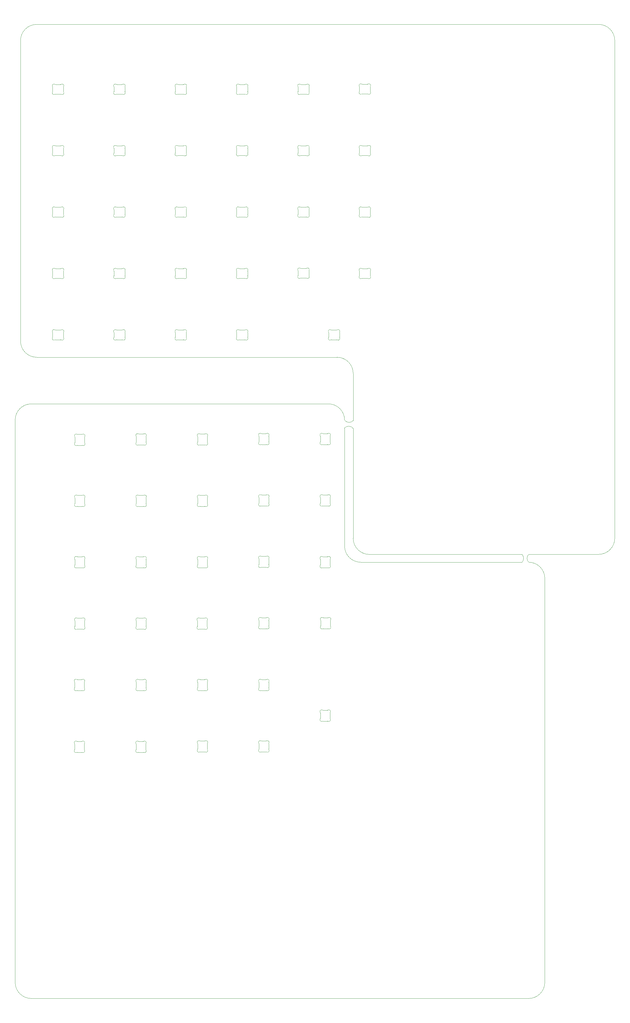
<source format=gm1>
G04 #@! TF.GenerationSoftware,KiCad,Pcbnew,(6.0.10)*
G04 #@! TF.CreationDate,2023-02-21T21:24:37+01:00*
G04 #@! TF.ProjectId,kicad,6b696361-642e-46b6-9963-61645f706362,rev?*
G04 #@! TF.SameCoordinates,Original*
G04 #@! TF.FileFunction,Profile,NP*
%FSLAX46Y46*%
G04 Gerber Fmt 4.6, Leading zero omitted, Abs format (unit mm)*
G04 Created by KiCad (PCBNEW (6.0.10)) date 2023-02-21 21:24:37*
%MOMM*%
%LPD*%
G01*
G04 APERTURE LIST*
G04 #@! TA.AperFunction,Profile*
%ADD10C,0.100000*%
G04 #@! TD*
G04 APERTURE END LIST*
D10*
X39000000Y-27000000D02*
G75*
G03*
X34000000Y-32000000I0J-5000000D01*
G01*
X137000000Y-135000000D02*
G75*
G03*
X132000000Y-130000000I-5000000J0D01*
G01*
X137000034Y-186014466D02*
G75*
G03*
X142000000Y-191014466I4999966J-34D01*
G01*
X132000000Y-130000000D02*
X39000000Y-130000000D01*
X34000000Y-125000000D02*
G75*
G03*
X39000000Y-130000000I5000000J0D01*
G01*
X196339999Y-323430001D02*
X196339999Y-198430000D01*
X134339999Y-188430001D02*
G75*
G03*
X139339999Y-193430001I5000001J1D01*
G01*
X213000000Y-191000000D02*
G75*
G03*
X218000000Y-186000000I0J5000000D01*
G01*
X114339999Y-328430001D02*
X37339999Y-328430001D01*
X129340000Y-144430001D02*
X37339999Y-144430001D01*
X218000000Y-32000000D02*
G75*
G03*
X213000000Y-27000000I-5000000J0D01*
G01*
X142000000Y-191014466D02*
X189307765Y-191025969D01*
X37339999Y-144429999D02*
G75*
G03*
X32339999Y-149430001I1J-5000001D01*
G01*
X196339999Y-198430000D02*
G75*
G03*
X191340000Y-193430001I-4999999J0D01*
G01*
X39000000Y-27000000D02*
X213000000Y-27000000D01*
X134340022Y-149429986D02*
G75*
G03*
X137000000Y-149610000I1399978J944186D01*
G01*
X32339999Y-323430001D02*
X32339999Y-254430001D01*
X137010000Y-152030000D02*
X137000000Y-186014466D01*
X189297765Y-193445969D02*
X139339999Y-193430001D01*
X191339999Y-328429999D02*
G75*
G03*
X196339999Y-323430001I1J4999999D01*
G01*
X34000000Y-125000000D02*
X34000000Y-32000000D01*
X191317806Y-191026008D02*
G75*
G03*
X191340000Y-193430001I1257294J-1190492D01*
G01*
X218000000Y-32000000D02*
X218000000Y-186000000D01*
X32339999Y-164430001D02*
X32339999Y-149430001D01*
X189297802Y-193446003D02*
G75*
G03*
X189307765Y-191025969I-1327502J1215503D01*
G01*
X134339999Y-149430001D02*
G75*
G03*
X129340000Y-144430001I-4999999J1D01*
G01*
X137010003Y-152029998D02*
G75*
G03*
X134300000Y-151920984I-1399303J-1046802D01*
G01*
X134300000Y-151920984D02*
X134339999Y-188430001D01*
X32339999Y-323430001D02*
G75*
G03*
X37339999Y-328430001I5000001J1D01*
G01*
X137000000Y-149610000D02*
X137000000Y-135000000D01*
X32339999Y-254430001D02*
X32339999Y-164430001D01*
X191317765Y-191025969D02*
X213000000Y-191000000D01*
X114339999Y-328430001D02*
X191339999Y-328430001D01*
X63825548Y-45580000D02*
X65414453Y-45580000D01*
X66319999Y-46377157D02*
X66319999Y-47782841D01*
X62920001Y-47782841D02*
X62920001Y-46377157D01*
X65414452Y-48579999D02*
X63825548Y-48579999D01*
X62870520Y-47999721D02*
G75*
G03*
X63573289Y-48648296I450510J-216879D01*
G01*
X66369484Y-46160279D02*
G75*
G03*
X66319999Y-46377156I450505J-216876D01*
G01*
X63825548Y-48580000D02*
G75*
G03*
X63573290Y-48648298I2J-500010D01*
G01*
X63573289Y-45511700D02*
G75*
G03*
X62870516Y-46160279I-252259J-431700D01*
G01*
X66319999Y-47782841D02*
G75*
G03*
X66369484Y-47999719I499990J-2D01*
G01*
X62920013Y-46377157D02*
G75*
G03*
X62870516Y-46160279I-500513J-143D01*
G01*
X65666711Y-48648298D02*
G75*
G03*
X65414452Y-48579999I-252261J-431710D01*
G01*
X63573289Y-45511700D02*
G75*
G03*
X63825547Y-45579999I252261J431710D01*
G01*
X65414453Y-45580000D02*
G75*
G03*
X65666711Y-45511701I-3J500009D01*
G01*
X66369483Y-46160279D02*
G75*
G03*
X65666711Y-45511701I-450514J216878D01*
G01*
X65666711Y-48648298D02*
G75*
G03*
X66369484Y-47999718I252259J431700D01*
G01*
X62870516Y-47999719D02*
G75*
G03*
X62920001Y-47782842I-450866J216959D01*
G01*
X53042840Y-176130000D02*
X51637156Y-176130000D01*
X50839999Y-175224453D02*
X50839999Y-173635548D01*
X53839998Y-173635549D02*
X53839998Y-175224453D01*
X51637156Y-172730002D02*
X53042840Y-172730002D01*
X50771699Y-175476712D02*
G75*
G03*
X51420278Y-176179485I431700J-252259D01*
G01*
X51637156Y-176129988D02*
G75*
G03*
X51420278Y-176179485I143J-500513D01*
G01*
X53259720Y-176179481D02*
G75*
G03*
X53908295Y-175476712I216879J450510D01*
G01*
X53908297Y-173383290D02*
G75*
G03*
X53839998Y-173635549I431710J-252261D01*
G01*
X50839999Y-173635548D02*
G75*
G03*
X50771700Y-173383290I-500009J-3D01*
G01*
X53908297Y-173383290D02*
G75*
G03*
X53259717Y-172680517I-431700J252259D01*
G01*
X51420278Y-172680517D02*
G75*
G03*
X51637155Y-172730002I216876J450505D01*
G01*
X51420278Y-172680518D02*
G75*
G03*
X50771700Y-173383290I-216878J-450514D01*
G01*
X53042840Y-172730002D02*
G75*
G03*
X53259718Y-172680517I2J499990D01*
G01*
X53259718Y-176179485D02*
G75*
G03*
X53042841Y-176130000I-216959J-450866D01*
G01*
X50771699Y-175476712D02*
G75*
G03*
X50839998Y-175224454I-431710J252261D01*
G01*
X53839999Y-175224453D02*
G75*
G03*
X53908297Y-175476711I500010J2D01*
G01*
X108637156Y-229730002D02*
X110042840Y-229730002D01*
X110839998Y-230635549D02*
X110839998Y-232224453D01*
X110042840Y-233130000D02*
X108637156Y-233130000D01*
X107839999Y-232224453D02*
X107839999Y-230635548D01*
X108420278Y-229680518D02*
G75*
G03*
X107771700Y-230383290I-216878J-450514D01*
G01*
X107771699Y-232476712D02*
G75*
G03*
X107839998Y-232224454I-431710J252261D01*
G01*
X110259718Y-233179485D02*
G75*
G03*
X110042841Y-233130000I-216959J-450866D01*
G01*
X110908297Y-230383290D02*
G75*
G03*
X110839998Y-230635549I431710J-252261D01*
G01*
X110908297Y-230383290D02*
G75*
G03*
X110259717Y-229680517I-431700J252259D01*
G01*
X110042840Y-229730002D02*
G75*
G03*
X110259718Y-229680517I2J499990D01*
G01*
X108637156Y-233129988D02*
G75*
G03*
X108420278Y-233179485I143J-500513D01*
G01*
X108420278Y-229680517D02*
G75*
G03*
X108637155Y-229730002I216876J450505D01*
G01*
X107839999Y-230635548D02*
G75*
G03*
X107771700Y-230383290I-500009J-3D01*
G01*
X107771699Y-232476712D02*
G75*
G03*
X108420278Y-233179485I431700J-252259D01*
G01*
X110839999Y-232224453D02*
G75*
G03*
X110908297Y-232476711I500010J2D01*
G01*
X110259720Y-233179481D02*
G75*
G03*
X110908295Y-232476712I216879J450510D01*
G01*
X126839999Y-194224452D02*
X126839999Y-192635547D01*
X127637156Y-191730001D02*
X129042840Y-191730001D01*
X129042840Y-195129999D02*
X127637156Y-195129999D01*
X129839998Y-192635548D02*
X129839998Y-194224452D01*
X127637156Y-195129987D02*
G75*
G03*
X127420278Y-195179484I143J-500513D01*
G01*
X129908297Y-192383289D02*
G75*
G03*
X129259717Y-191680516I-431700J252259D01*
G01*
X126771699Y-194476711D02*
G75*
G03*
X127420278Y-195179484I431700J-252259D01*
G01*
X129839999Y-194224452D02*
G75*
G03*
X129908297Y-194476710I500010J2D01*
G01*
X127420278Y-191680516D02*
G75*
G03*
X127637155Y-191730001I216876J450505D01*
G01*
X129259718Y-195179484D02*
G75*
G03*
X129042841Y-195129999I-216959J-450866D01*
G01*
X129908297Y-192383289D02*
G75*
G03*
X129839998Y-192635548I431710J-252261D01*
G01*
X126771699Y-194476711D02*
G75*
G03*
X126839998Y-194224453I-431710J252261D01*
G01*
X129042840Y-191730001D02*
G75*
G03*
X129259718Y-191680516I2J499990D01*
G01*
X126839999Y-192635547D02*
G75*
G03*
X126771700Y-192383289I-500009J-3D01*
G01*
X129259720Y-195179480D02*
G75*
G03*
X129908295Y-194476711I216879J450510D01*
G01*
X127420278Y-191680517D02*
G75*
G03*
X126771700Y-192383289I-216878J-450514D01*
G01*
X89637156Y-248730002D02*
X91042840Y-248730002D01*
X88839999Y-251224453D02*
X88839999Y-249635548D01*
X91042840Y-252130000D02*
X89637156Y-252130000D01*
X91839998Y-249635549D02*
X91839998Y-251224453D01*
X88839999Y-249635548D02*
G75*
G03*
X88771700Y-249383290I-500009J-3D01*
G01*
X91259718Y-252179485D02*
G75*
G03*
X91042841Y-252130000I-216959J-450866D01*
G01*
X88771699Y-251476712D02*
G75*
G03*
X89420278Y-252179485I431700J-252259D01*
G01*
X91042840Y-248730002D02*
G75*
G03*
X91259718Y-248680517I2J499990D01*
G01*
X89420278Y-248680517D02*
G75*
G03*
X89637155Y-248730002I216876J450505D01*
G01*
X91839999Y-251224453D02*
G75*
G03*
X91908297Y-251476711I500010J2D01*
G01*
X91908297Y-249383290D02*
G75*
G03*
X91259717Y-248680517I-431700J252259D01*
G01*
X88771699Y-251476712D02*
G75*
G03*
X88839998Y-251224454I-431710J252261D01*
G01*
X89637156Y-252129988D02*
G75*
G03*
X89420278Y-252179485I143J-500513D01*
G01*
X91908297Y-249383290D02*
G75*
G03*
X91839998Y-249635549I431710J-252261D01*
G01*
X89420278Y-248680518D02*
G75*
G03*
X88771700Y-249383290I-216878J-450514D01*
G01*
X91259720Y-252179481D02*
G75*
G03*
X91908295Y-251476712I216879J450510D01*
G01*
X129167841Y-214004999D02*
X127762157Y-214004999D01*
X129964999Y-211510548D02*
X129964999Y-213099452D01*
X126965000Y-213099452D02*
X126965000Y-211510547D01*
X127762157Y-210605001D02*
X129167841Y-210605001D01*
X127545279Y-210555517D02*
G75*
G03*
X126896701Y-211258289I-216878J-450514D01*
G01*
X129965000Y-213099452D02*
G75*
G03*
X130033298Y-213351710I500010J2D01*
G01*
X127762157Y-214004987D02*
G75*
G03*
X127545279Y-214054484I143J-500513D01*
G01*
X129167841Y-210605001D02*
G75*
G03*
X129384719Y-210555516I2J499990D01*
G01*
X130033298Y-211258289D02*
G75*
G03*
X129964999Y-211510548I431710J-252261D01*
G01*
X126896700Y-213351711D02*
G75*
G03*
X127545279Y-214054484I431700J-252259D01*
G01*
X126965000Y-211510547D02*
G75*
G03*
X126896701Y-211258289I-500009J-3D01*
G01*
X127545279Y-210555516D02*
G75*
G03*
X127762156Y-210605001I216876J450505D01*
G01*
X129384721Y-214054480D02*
G75*
G03*
X130033296Y-213351711I216879J450510D01*
G01*
X126896700Y-213351711D02*
G75*
G03*
X126964999Y-213099453I-431710J252261D01*
G01*
X130033298Y-211258289D02*
G75*
G03*
X129384718Y-210555516I-431700J252259D01*
G01*
X129384719Y-214054484D02*
G75*
G03*
X129167842Y-214004999I-216959J-450866D01*
G01*
X142319999Y-84377157D02*
X142319999Y-85782841D01*
X141414452Y-86579999D02*
X139825548Y-86579999D01*
X139825548Y-83580000D02*
X141414453Y-83580000D01*
X138920001Y-85782841D02*
X138920001Y-84377157D01*
X139825548Y-86580000D02*
G75*
G03*
X139573290Y-86648298I2J-500010D01*
G01*
X141666711Y-86648298D02*
G75*
G03*
X142369484Y-85999718I252259J431700D01*
G01*
X139573289Y-83511700D02*
G75*
G03*
X138870516Y-84160279I-252259J-431700D01*
G01*
X139573289Y-83511700D02*
G75*
G03*
X139825547Y-83579999I252261J431710D01*
G01*
X141414453Y-83580000D02*
G75*
G03*
X141666711Y-83511701I-3J500009D01*
G01*
X142369484Y-84160279D02*
G75*
G03*
X142319999Y-84377156I450505J-216876D01*
G01*
X138870516Y-85999719D02*
G75*
G03*
X138920001Y-85782842I-450866J216959D01*
G01*
X138920013Y-84377157D02*
G75*
G03*
X138870516Y-84160279I-500513J-143D01*
G01*
X138870520Y-85999721D02*
G75*
G03*
X139573289Y-86648296I450510J-216879D01*
G01*
X142319999Y-85782841D02*
G75*
G03*
X142369484Y-85999719I499990J-2D01*
G01*
X142369483Y-84160279D02*
G75*
G03*
X141666711Y-83511701I-450514J216878D01*
G01*
X141666711Y-86648298D02*
G75*
G03*
X141414452Y-86579999I-252261J-431710D01*
G01*
X89637156Y-229730002D02*
X91042840Y-229730002D01*
X91839998Y-230635549D02*
X91839998Y-232224453D01*
X88839999Y-232224453D02*
X88839999Y-230635548D01*
X91042840Y-233130000D02*
X89637156Y-233130000D01*
X91908297Y-230383290D02*
G75*
G03*
X91839998Y-230635549I431710J-252261D01*
G01*
X88771699Y-232476712D02*
G75*
G03*
X89420278Y-233179485I431700J-252259D01*
G01*
X91042840Y-229730002D02*
G75*
G03*
X91259718Y-229680517I2J499990D01*
G01*
X89637156Y-233129988D02*
G75*
G03*
X89420278Y-233179485I143J-500513D01*
G01*
X91839999Y-232224453D02*
G75*
G03*
X91908297Y-232476711I500010J2D01*
G01*
X89420278Y-229680517D02*
G75*
G03*
X89637155Y-229730002I216876J450505D01*
G01*
X91259720Y-233179481D02*
G75*
G03*
X91908295Y-232476712I216879J450510D01*
G01*
X88839999Y-230635548D02*
G75*
G03*
X88771700Y-230383290I-500009J-3D01*
G01*
X91259718Y-233179485D02*
G75*
G03*
X91042841Y-233130000I-216959J-450866D01*
G01*
X89420278Y-229680518D02*
G75*
G03*
X88771700Y-230383290I-216878J-450514D01*
G01*
X88771699Y-232476712D02*
G75*
G03*
X88839998Y-232224454I-431710J252261D01*
G01*
X91908297Y-230383290D02*
G75*
G03*
X91259717Y-229680517I-431700J252259D01*
G01*
X44825548Y-45580000D02*
X46414453Y-45580000D01*
X46414452Y-48579999D02*
X44825548Y-48579999D01*
X47319999Y-46377157D02*
X47319999Y-47782841D01*
X43920001Y-47782841D02*
X43920001Y-46377157D01*
X47369483Y-46160279D02*
G75*
G03*
X46666711Y-45511701I-450514J216878D01*
G01*
X44825548Y-48580000D02*
G75*
G03*
X44573290Y-48648298I2J-500010D01*
G01*
X43870520Y-47999721D02*
G75*
G03*
X44573289Y-48648296I450510J-216879D01*
G01*
X46666711Y-48648298D02*
G75*
G03*
X47369484Y-47999718I252259J431700D01*
G01*
X46414453Y-45580000D02*
G75*
G03*
X46666711Y-45511701I-3J500009D01*
G01*
X43870516Y-47999719D02*
G75*
G03*
X43920001Y-47782842I-450866J216959D01*
G01*
X44573289Y-45511700D02*
G75*
G03*
X44825547Y-45579999I252261J431710D01*
G01*
X46666711Y-48648298D02*
G75*
G03*
X46414452Y-48579999I-252261J-431710D01*
G01*
X43920013Y-46377157D02*
G75*
G03*
X43870516Y-46160279I-500513J-143D01*
G01*
X47369484Y-46160279D02*
G75*
G03*
X47319999Y-46377156I450505J-216876D01*
G01*
X47319999Y-47782841D02*
G75*
G03*
X47369484Y-47999719I499990J-2D01*
G01*
X44573289Y-45511700D02*
G75*
G03*
X43870516Y-46160279I-252259J-431700D01*
G01*
X53759998Y-230635549D02*
X53759998Y-232224453D01*
X52962840Y-233130000D02*
X51557156Y-233130000D01*
X51557156Y-229730002D02*
X52962840Y-229730002D01*
X50759999Y-232224453D02*
X50759999Y-230635548D01*
X53179718Y-233179485D02*
G75*
G03*
X52962841Y-233130000I-216959J-450866D01*
G01*
X50759999Y-230635548D02*
G75*
G03*
X50691700Y-230383290I-500009J-3D01*
G01*
X53828297Y-230383290D02*
G75*
G03*
X53179717Y-229680517I-431700J252259D01*
G01*
X50691699Y-232476712D02*
G75*
G03*
X51340278Y-233179485I431700J-252259D01*
G01*
X53759999Y-232224453D02*
G75*
G03*
X53828297Y-232476711I500010J2D01*
G01*
X52962840Y-229730002D02*
G75*
G03*
X53179718Y-229680517I2J499990D01*
G01*
X51557156Y-233129988D02*
G75*
G03*
X51340278Y-233179485I143J-500513D01*
G01*
X53828297Y-230383290D02*
G75*
G03*
X53759998Y-230635549I431710J-252261D01*
G01*
X50691699Y-232476712D02*
G75*
G03*
X50759998Y-232224454I-431710J252261D01*
G01*
X53179720Y-233179481D02*
G75*
G03*
X53828295Y-232476712I216879J450510D01*
G01*
X51340278Y-229680517D02*
G75*
G03*
X51557155Y-229730002I216876J450505D01*
G01*
X51340278Y-229680518D02*
G75*
G03*
X50691700Y-230383290I-216878J-450514D01*
G01*
X110839998Y-173510548D02*
X110839998Y-175099452D01*
X107839999Y-175099452D02*
X107839999Y-173510547D01*
X108637156Y-172605001D02*
X110042840Y-172605001D01*
X110042840Y-176004999D02*
X108637156Y-176004999D01*
X107771699Y-175351711D02*
G75*
G03*
X108420278Y-176054484I431700J-252259D01*
G01*
X110042840Y-172605001D02*
G75*
G03*
X110259718Y-172555516I2J499990D01*
G01*
X110259718Y-176054484D02*
G75*
G03*
X110042841Y-176004999I-216959J-450866D01*
G01*
X108420278Y-172555516D02*
G75*
G03*
X108637155Y-172605001I216876J450505D01*
G01*
X107771699Y-175351711D02*
G75*
G03*
X107839998Y-175099453I-431710J252261D01*
G01*
X110259720Y-176054480D02*
G75*
G03*
X110908295Y-175351711I216879J450510D01*
G01*
X110839999Y-175099452D02*
G75*
G03*
X110908297Y-175351710I500010J2D01*
G01*
X110908297Y-173258289D02*
G75*
G03*
X110259717Y-172555516I-431700J252259D01*
G01*
X107839999Y-173510547D02*
G75*
G03*
X107771700Y-173258289I-500009J-3D01*
G01*
X108420278Y-172555517D02*
G75*
G03*
X107771700Y-173258289I-216878J-450514D01*
G01*
X110908297Y-173258289D02*
G75*
G03*
X110839998Y-173510548I431710J-252261D01*
G01*
X108637156Y-176004987D02*
G75*
G03*
X108420278Y-176054484I143J-500513D01*
G01*
X85319999Y-103377157D02*
X85319999Y-104782841D01*
X81920001Y-104782841D02*
X81920001Y-103377157D01*
X82825548Y-102580000D02*
X84414453Y-102580000D01*
X84414452Y-105579999D02*
X82825548Y-105579999D01*
X81870516Y-104999719D02*
G75*
G03*
X81920001Y-104782842I-450866J216959D01*
G01*
X82825548Y-105580000D02*
G75*
G03*
X82573290Y-105648298I2J-500010D01*
G01*
X81920013Y-103377157D02*
G75*
G03*
X81870516Y-103160279I-500513J-143D01*
G01*
X85319999Y-104782841D02*
G75*
G03*
X85369484Y-104999719I499990J-2D01*
G01*
X84666711Y-105648298D02*
G75*
G03*
X84414452Y-105579999I-252261J-431710D01*
G01*
X82573289Y-102511700D02*
G75*
G03*
X81870516Y-103160279I-252259J-431700D01*
G01*
X84666711Y-105648298D02*
G75*
G03*
X85369484Y-104999718I252259J431700D01*
G01*
X85369483Y-103160279D02*
G75*
G03*
X84666711Y-102511701I-450514J216878D01*
G01*
X85369484Y-103160279D02*
G75*
G03*
X85319999Y-103377156I450505J-216876D01*
G01*
X81870520Y-104999721D02*
G75*
G03*
X82573289Y-105648296I450510J-216879D01*
G01*
X84414453Y-102580000D02*
G75*
G03*
X84666711Y-102511701I-3J500009D01*
G01*
X82573289Y-102511700D02*
G75*
G03*
X82825547Y-102579999I252261J431710D01*
G01*
X66319999Y-103377157D02*
X66319999Y-104782841D01*
X62920001Y-104782841D02*
X62920001Y-103377157D01*
X63825548Y-102580000D02*
X65414453Y-102580000D01*
X65414452Y-105579999D02*
X63825548Y-105579999D01*
X66369484Y-103160279D02*
G75*
G03*
X66319999Y-103377156I450505J-216876D01*
G01*
X63825548Y-105580000D02*
G75*
G03*
X63573290Y-105648298I2J-500010D01*
G01*
X65414453Y-102580000D02*
G75*
G03*
X65666711Y-102511701I-3J500009D01*
G01*
X62920013Y-103377157D02*
G75*
G03*
X62870516Y-103160279I-500513J-143D01*
G01*
X66369483Y-103160279D02*
G75*
G03*
X65666711Y-102511701I-450514J216878D01*
G01*
X63573289Y-102511700D02*
G75*
G03*
X62870516Y-103160279I-252259J-431700D01*
G01*
X62870520Y-104999721D02*
G75*
G03*
X63573289Y-105648296I450510J-216879D01*
G01*
X65666711Y-105648298D02*
G75*
G03*
X66369484Y-104999718I252259J431700D01*
G01*
X62870516Y-104999719D02*
G75*
G03*
X62920001Y-104782842I-450866J216959D01*
G01*
X63573289Y-102511700D02*
G75*
G03*
X63825547Y-102579999I252261J431710D01*
G01*
X66319999Y-104782841D02*
G75*
G03*
X66369484Y-104999719I499990J-2D01*
G01*
X65666711Y-105648298D02*
G75*
G03*
X65414452Y-105579999I-252261J-431710D01*
G01*
X84414452Y-86579999D02*
X82825548Y-86579999D01*
X81920001Y-85782841D02*
X81920001Y-84377157D01*
X85319999Y-84377157D02*
X85319999Y-85782841D01*
X82825548Y-83580000D02*
X84414453Y-83580000D01*
X85369483Y-84160279D02*
G75*
G03*
X84666711Y-83511701I-450514J216878D01*
G01*
X82573289Y-83511700D02*
G75*
G03*
X82825547Y-83579999I252261J431710D01*
G01*
X81870520Y-85999721D02*
G75*
G03*
X82573289Y-86648296I450510J-216879D01*
G01*
X85319999Y-85782841D02*
G75*
G03*
X85369484Y-85999719I499990J-2D01*
G01*
X81870516Y-85999719D02*
G75*
G03*
X81920001Y-85782842I-450866J216959D01*
G01*
X81920013Y-84377157D02*
G75*
G03*
X81870516Y-84160279I-500513J-143D01*
G01*
X84666711Y-86648298D02*
G75*
G03*
X84414452Y-86579999I-252261J-431710D01*
G01*
X84414453Y-83580000D02*
G75*
G03*
X84666711Y-83511701I-3J500009D01*
G01*
X82573289Y-83511700D02*
G75*
G03*
X81870516Y-84160279I-252259J-431700D01*
G01*
X84666711Y-86648298D02*
G75*
G03*
X85369484Y-85999718I252259J431700D01*
G01*
X82825548Y-86580000D02*
G75*
G03*
X82573290Y-86648298I2J-500010D01*
G01*
X85369484Y-84160279D02*
G75*
G03*
X85319999Y-84377156I450505J-216876D01*
G01*
X89557157Y-210730001D02*
X90962841Y-210730001D01*
X88760000Y-213224452D02*
X88760000Y-211635547D01*
X91759999Y-211635548D02*
X91759999Y-213224452D01*
X90962841Y-214129999D02*
X89557157Y-214129999D01*
X91828298Y-211383289D02*
G75*
G03*
X91179718Y-210680516I-431700J252259D01*
G01*
X89340279Y-210680516D02*
G75*
G03*
X89557156Y-210730001I216876J450505D01*
G01*
X88691700Y-213476711D02*
G75*
G03*
X89340279Y-214179484I431700J-252259D01*
G01*
X88691700Y-213476711D02*
G75*
G03*
X88759999Y-213224453I-431710J252261D01*
G01*
X88760000Y-211635547D02*
G75*
G03*
X88691701Y-211383289I-500009J-3D01*
G01*
X89557157Y-214129987D02*
G75*
G03*
X89340279Y-214179484I143J-500513D01*
G01*
X91179721Y-214179480D02*
G75*
G03*
X91828296Y-213476711I216879J450510D01*
G01*
X91179719Y-214179484D02*
G75*
G03*
X90962842Y-214129999I-216959J-450866D01*
G01*
X91828298Y-211383289D02*
G75*
G03*
X91759999Y-211635548I431710J-252261D01*
G01*
X90962841Y-210730001D02*
G75*
G03*
X91179719Y-210680516I2J499990D01*
G01*
X91760000Y-213224452D02*
G75*
G03*
X91828298Y-213476710I500010J2D01*
G01*
X89340279Y-210680517D02*
G75*
G03*
X88691701Y-211383289I-216878J-450514D01*
G01*
X62920001Y-85782841D02*
X62920001Y-84377157D01*
X65414452Y-86579999D02*
X63825548Y-86579999D01*
X63825548Y-83580000D02*
X65414453Y-83580000D01*
X66319999Y-84377157D02*
X66319999Y-85782841D01*
X62870520Y-85999721D02*
G75*
G03*
X63573289Y-86648296I450510J-216879D01*
G01*
X63573289Y-83511700D02*
G75*
G03*
X63825547Y-83579999I252261J431710D01*
G01*
X66369484Y-84160279D02*
G75*
G03*
X66319999Y-84377156I450505J-216876D01*
G01*
X63825548Y-86580000D02*
G75*
G03*
X63573290Y-86648298I2J-500010D01*
G01*
X63573289Y-83511700D02*
G75*
G03*
X62870516Y-84160279I-252259J-431700D01*
G01*
X62870516Y-85999719D02*
G75*
G03*
X62920001Y-85782842I-450866J216959D01*
G01*
X66319999Y-85782841D02*
G75*
G03*
X66369484Y-85999719I499990J-2D01*
G01*
X66369483Y-84160279D02*
G75*
G03*
X65666711Y-83511701I-450514J216878D01*
G01*
X65414453Y-83580000D02*
G75*
G03*
X65666711Y-83511701I-3J500009D01*
G01*
X65666711Y-86648298D02*
G75*
G03*
X65414452Y-86579999I-252261J-431710D01*
G01*
X62920013Y-84377157D02*
G75*
G03*
X62870516Y-84160279I-500513J-143D01*
G01*
X65666711Y-86648298D02*
G75*
G03*
X66369484Y-85999718I252259J431700D01*
G01*
X71997840Y-252255000D02*
X70592156Y-252255000D01*
X69794999Y-251349453D02*
X69794999Y-249760548D01*
X72794998Y-249760549D02*
X72794998Y-251349453D01*
X70592156Y-248855002D02*
X71997840Y-248855002D01*
X72214720Y-252304481D02*
G75*
G03*
X72863295Y-251601712I216879J450510D01*
G01*
X70375278Y-248805517D02*
G75*
G03*
X70592155Y-248855002I216876J450505D01*
G01*
X69794999Y-249760548D02*
G75*
G03*
X69726700Y-249508290I-500009J-3D01*
G01*
X69726699Y-251601712D02*
G75*
G03*
X69794998Y-251349454I-431710J252261D01*
G01*
X72863297Y-249508290D02*
G75*
G03*
X72794998Y-249760549I431710J-252261D01*
G01*
X72863297Y-249508290D02*
G75*
G03*
X72214717Y-248805517I-431700J252259D01*
G01*
X72794999Y-251349453D02*
G75*
G03*
X72863297Y-251601711I500010J2D01*
G01*
X69726699Y-251601712D02*
G75*
G03*
X70375278Y-252304485I431700J-252259D01*
G01*
X72214718Y-252304485D02*
G75*
G03*
X71997841Y-252255000I-216959J-450866D01*
G01*
X70592156Y-252254988D02*
G75*
G03*
X70375278Y-252304485I143J-500513D01*
G01*
X70375278Y-248805518D02*
G75*
G03*
X69726700Y-249508290I-216878J-450514D01*
G01*
X71997840Y-248855002D02*
G75*
G03*
X72214718Y-248805517I2J499990D01*
G01*
X110042840Y-195005000D02*
X108637156Y-195005000D01*
X108637156Y-191605002D02*
X110042840Y-191605002D01*
X107839999Y-194099453D02*
X107839999Y-192510548D01*
X110839998Y-192510549D02*
X110839998Y-194099453D01*
X110042840Y-191605002D02*
G75*
G03*
X110259718Y-191555517I2J499990D01*
G01*
X110259720Y-195054481D02*
G75*
G03*
X110908295Y-194351712I216879J450510D01*
G01*
X107771699Y-194351712D02*
G75*
G03*
X108420278Y-195054485I431700J-252259D01*
G01*
X107771699Y-194351712D02*
G75*
G03*
X107839998Y-194099454I-431710J252261D01*
G01*
X107839999Y-192510548D02*
G75*
G03*
X107771700Y-192258290I-500009J-3D01*
G01*
X110839999Y-194099453D02*
G75*
G03*
X110908297Y-194351711I500010J2D01*
G01*
X108420278Y-191555518D02*
G75*
G03*
X107771700Y-192258290I-216878J-450514D01*
G01*
X110908297Y-192258290D02*
G75*
G03*
X110259717Y-191555517I-431700J252259D01*
G01*
X108637156Y-195004988D02*
G75*
G03*
X108420278Y-195054485I143J-500513D01*
G01*
X110908297Y-192258290D02*
G75*
G03*
X110839998Y-192510549I431710J-252261D01*
G01*
X108420278Y-191555517D02*
G75*
G03*
X108637155Y-191605002I216876J450505D01*
G01*
X110259718Y-195054485D02*
G75*
G03*
X110042841Y-195005000I-216959J-450866D01*
G01*
X108637156Y-248730002D02*
X110042840Y-248730002D01*
X110839998Y-249635549D02*
X110839998Y-251224453D01*
X110042840Y-252130000D02*
X108637156Y-252130000D01*
X107839999Y-251224453D02*
X107839999Y-249635548D01*
X107839999Y-249635548D02*
G75*
G03*
X107771700Y-249383290I-500009J-3D01*
G01*
X108420278Y-248680517D02*
G75*
G03*
X108637155Y-248730002I216876J450505D01*
G01*
X110259718Y-252179485D02*
G75*
G03*
X110042841Y-252130000I-216959J-450866D01*
G01*
X107771699Y-251476712D02*
G75*
G03*
X108420278Y-252179485I431700J-252259D01*
G01*
X107771699Y-251476712D02*
G75*
G03*
X107839998Y-251224454I-431710J252261D01*
G01*
X110908297Y-249383290D02*
G75*
G03*
X110839998Y-249635549I431710J-252261D01*
G01*
X110042840Y-248730002D02*
G75*
G03*
X110259718Y-248680517I2J499990D01*
G01*
X110839999Y-251224453D02*
G75*
G03*
X110908297Y-251476711I500010J2D01*
G01*
X108420278Y-248680518D02*
G75*
G03*
X107771700Y-249383290I-216878J-450514D01*
G01*
X110908297Y-249383290D02*
G75*
G03*
X110259717Y-248680517I-431700J252259D01*
G01*
X110259720Y-252179481D02*
G75*
G03*
X110908295Y-251476712I216879J450510D01*
G01*
X108637156Y-252129988D02*
G75*
G03*
X108420278Y-252179485I143J-500513D01*
G01*
X72042840Y-233130000D02*
X70637156Y-233130000D01*
X70637156Y-229730002D02*
X72042840Y-229730002D01*
X72839998Y-230635549D02*
X72839998Y-232224453D01*
X69839999Y-232224453D02*
X69839999Y-230635548D01*
X69771699Y-232476712D02*
G75*
G03*
X69839998Y-232224454I-431710J252261D01*
G01*
X72259718Y-233179485D02*
G75*
G03*
X72042841Y-233130000I-216959J-450866D01*
G01*
X72908297Y-230383290D02*
G75*
G03*
X72839998Y-230635549I431710J-252261D01*
G01*
X70637156Y-233129988D02*
G75*
G03*
X70420278Y-233179485I143J-500513D01*
G01*
X72042840Y-229730002D02*
G75*
G03*
X72259718Y-229680517I2J499990D01*
G01*
X72839999Y-232224453D02*
G75*
G03*
X72908297Y-232476711I500010J2D01*
G01*
X72259720Y-233179481D02*
G75*
G03*
X72908295Y-232476712I216879J450510D01*
G01*
X69771699Y-232476712D02*
G75*
G03*
X70420278Y-233179485I431700J-252259D01*
G01*
X70420278Y-229680518D02*
G75*
G03*
X69771700Y-230383290I-216878J-450514D01*
G01*
X70420278Y-229680517D02*
G75*
G03*
X70637155Y-229730002I216876J450505D01*
G01*
X69839999Y-230635548D02*
G75*
G03*
X69771700Y-230383290I-500009J-3D01*
G01*
X72908297Y-230383290D02*
G75*
G03*
X72259717Y-229680517I-431700J252259D01*
G01*
X84414452Y-67579999D02*
X82825548Y-67579999D01*
X81920001Y-66782841D02*
X81920001Y-65377157D01*
X85319999Y-65377157D02*
X85319999Y-66782841D01*
X82825548Y-64580000D02*
X84414453Y-64580000D01*
X82573289Y-64511700D02*
G75*
G03*
X82825547Y-64579999I252261J431710D01*
G01*
X82573289Y-64511700D02*
G75*
G03*
X81870516Y-65160279I-252259J-431700D01*
G01*
X84666711Y-67648298D02*
G75*
G03*
X84414452Y-67579999I-252261J-431710D01*
G01*
X85319999Y-66782841D02*
G75*
G03*
X85369484Y-66999719I499990J-2D01*
G01*
X81870520Y-66999721D02*
G75*
G03*
X82573289Y-67648296I450510J-216879D01*
G01*
X81870516Y-66999719D02*
G75*
G03*
X81920001Y-66782842I-450866J216959D01*
G01*
X81920013Y-65377157D02*
G75*
G03*
X81870516Y-65160279I-500513J-143D01*
G01*
X84666711Y-67648298D02*
G75*
G03*
X85369484Y-66999718I252259J431700D01*
G01*
X85369484Y-65160279D02*
G75*
G03*
X85319999Y-65377156I450505J-216876D01*
G01*
X84414453Y-64580000D02*
G75*
G03*
X84666711Y-64511701I-3J500009D01*
G01*
X82825548Y-67580000D02*
G75*
G03*
X82573290Y-67648298I2J-500010D01*
G01*
X85369483Y-65160279D02*
G75*
G03*
X84666711Y-64511701I-450514J216878D01*
G01*
X129839998Y-154510548D02*
X129839998Y-156099452D01*
X126839999Y-156099452D02*
X126839999Y-154510547D01*
X129042840Y-157004999D02*
X127637156Y-157004999D01*
X127637156Y-153605001D02*
X129042840Y-153605001D01*
X127420278Y-153555516D02*
G75*
G03*
X127637155Y-153605001I216876J450505D01*
G01*
X129259718Y-157054484D02*
G75*
G03*
X129042841Y-157004999I-216959J-450866D01*
G01*
X126771699Y-156351711D02*
G75*
G03*
X126839998Y-156099453I-431710J252261D01*
G01*
X129908297Y-154258289D02*
G75*
G03*
X129259717Y-153555516I-431700J252259D01*
G01*
X126839999Y-154510547D02*
G75*
G03*
X126771700Y-154258289I-500009J-3D01*
G01*
X127637156Y-157004987D02*
G75*
G03*
X127420278Y-157054484I143J-500513D01*
G01*
X126771699Y-156351711D02*
G75*
G03*
X127420278Y-157054484I431700J-252259D01*
G01*
X127420278Y-153555517D02*
G75*
G03*
X126771700Y-154258289I-216878J-450514D01*
G01*
X129259720Y-157054480D02*
G75*
G03*
X129908295Y-156351711I216879J450510D01*
G01*
X129839999Y-156099452D02*
G75*
G03*
X129908297Y-156351710I500010J2D01*
G01*
X129908297Y-154258289D02*
G75*
G03*
X129839998Y-154510548I431710J-252261D01*
G01*
X129042840Y-153605001D02*
G75*
G03*
X129259718Y-153555516I2J499990D01*
G01*
X104319999Y-65377157D02*
X104319999Y-66782841D01*
X103414452Y-67579999D02*
X101825548Y-67579999D01*
X101825548Y-64580000D02*
X103414453Y-64580000D01*
X100920001Y-66782841D02*
X100920001Y-65377157D01*
X103666711Y-67648298D02*
G75*
G03*
X103414452Y-67579999I-252261J-431710D01*
G01*
X104369483Y-65160279D02*
G75*
G03*
X103666711Y-64511701I-450514J216878D01*
G01*
X100870516Y-66999719D02*
G75*
G03*
X100920001Y-66782842I-450866J216959D01*
G01*
X101825548Y-67580000D02*
G75*
G03*
X101573290Y-67648298I2J-500010D01*
G01*
X100870520Y-66999721D02*
G75*
G03*
X101573289Y-67648296I450510J-216879D01*
G01*
X103414453Y-64580000D02*
G75*
G03*
X103666711Y-64511701I-3J500009D01*
G01*
X100920013Y-65377157D02*
G75*
G03*
X100870516Y-65160279I-500513J-143D01*
G01*
X104319999Y-66782841D02*
G75*
G03*
X104369484Y-66999719I499990J-2D01*
G01*
X101573289Y-64511700D02*
G75*
G03*
X100870516Y-65160279I-252259J-431700D01*
G01*
X101573289Y-64511700D02*
G75*
G03*
X101825547Y-64579999I252261J431710D01*
G01*
X103666711Y-67648298D02*
G75*
G03*
X104369484Y-66999718I252259J431700D01*
G01*
X104369484Y-65160279D02*
G75*
G03*
X104319999Y-65377156I450505J-216876D01*
G01*
X107839999Y-213099453D02*
X107839999Y-211510548D01*
X110839998Y-211510549D02*
X110839998Y-213099453D01*
X108637156Y-210605002D02*
X110042840Y-210605002D01*
X110042840Y-214005000D02*
X108637156Y-214005000D01*
X108420278Y-210555518D02*
G75*
G03*
X107771700Y-211258290I-216878J-450514D01*
G01*
X107771699Y-213351712D02*
G75*
G03*
X107839998Y-213099454I-431710J252261D01*
G01*
X108637156Y-214004988D02*
G75*
G03*
X108420278Y-214054485I143J-500513D01*
G01*
X110259720Y-214054481D02*
G75*
G03*
X110908295Y-213351712I216879J450510D01*
G01*
X110839999Y-213099453D02*
G75*
G03*
X110908297Y-213351711I500010J2D01*
G01*
X110259718Y-214054485D02*
G75*
G03*
X110042841Y-214005000I-216959J-450866D01*
G01*
X108420278Y-210555517D02*
G75*
G03*
X108637155Y-210605002I216876J450505D01*
G01*
X110908297Y-211258290D02*
G75*
G03*
X110839998Y-211510549I431710J-252261D01*
G01*
X107771699Y-213351712D02*
G75*
G03*
X108420278Y-214054485I431700J-252259D01*
G01*
X107839999Y-211510548D02*
G75*
G03*
X107771700Y-211258290I-500009J-3D01*
G01*
X110042840Y-210605002D02*
G75*
G03*
X110259718Y-210555517I2J499990D01*
G01*
X110908297Y-211258290D02*
G75*
G03*
X110259717Y-210555517I-431700J252259D01*
G01*
X44825548Y-64580000D02*
X46414453Y-64580000D01*
X43920001Y-66782841D02*
X43920001Y-65377157D01*
X47319999Y-65377157D02*
X47319999Y-66782841D01*
X46414452Y-67579999D02*
X44825548Y-67579999D01*
X43870516Y-66999719D02*
G75*
G03*
X43920001Y-66782842I-450866J216959D01*
G01*
X44825548Y-67580000D02*
G75*
G03*
X44573290Y-67648298I2J-500010D01*
G01*
X46414453Y-64580000D02*
G75*
G03*
X46666711Y-64511701I-3J500009D01*
G01*
X47369483Y-65160279D02*
G75*
G03*
X46666711Y-64511701I-450514J216878D01*
G01*
X46666711Y-67648298D02*
G75*
G03*
X47369484Y-66999718I252259J431700D01*
G01*
X47369484Y-65160279D02*
G75*
G03*
X47319999Y-65377156I450505J-216876D01*
G01*
X43920013Y-65377157D02*
G75*
G03*
X43870516Y-65160279I-500513J-143D01*
G01*
X46666711Y-67648298D02*
G75*
G03*
X46414452Y-67579999I-252261J-431710D01*
G01*
X43870520Y-66999721D02*
G75*
G03*
X44573289Y-67648296I450510J-216879D01*
G01*
X47319999Y-66782841D02*
G75*
G03*
X47369484Y-66999719I499990J-2D01*
G01*
X44573289Y-64511700D02*
G75*
G03*
X43870516Y-65160279I-252259J-431700D01*
G01*
X44573289Y-64511700D02*
G75*
G03*
X44825547Y-64579999I252261J431710D01*
G01*
X122414452Y-67579999D02*
X120825548Y-67579999D01*
X123319999Y-65377157D02*
X123319999Y-66782841D01*
X119920001Y-66782841D02*
X119920001Y-65377157D01*
X120825548Y-64580000D02*
X122414453Y-64580000D01*
X120573289Y-64511700D02*
G75*
G03*
X119870516Y-65160279I-252259J-431700D01*
G01*
X123369484Y-65160279D02*
G75*
G03*
X123319999Y-65377156I450505J-216876D01*
G01*
X119920013Y-65377157D02*
G75*
G03*
X119870516Y-65160279I-500513J-143D01*
G01*
X119870520Y-66999721D02*
G75*
G03*
X120573289Y-67648296I450510J-216879D01*
G01*
X120573289Y-64511700D02*
G75*
G03*
X120825547Y-64579999I252261J431710D01*
G01*
X123369483Y-65160279D02*
G75*
G03*
X122666711Y-64511701I-450514J216878D01*
G01*
X122414453Y-64580000D02*
G75*
G03*
X122666711Y-64511701I-3J500009D01*
G01*
X123319999Y-66782841D02*
G75*
G03*
X123369484Y-66999719I499990J-2D01*
G01*
X122666711Y-67648298D02*
G75*
G03*
X123369484Y-66999718I252259J431700D01*
G01*
X122666711Y-67648298D02*
G75*
G03*
X122414452Y-67579999I-252261J-431710D01*
G01*
X120825548Y-67580000D02*
G75*
G03*
X120573290Y-67648298I2J-500010D01*
G01*
X119870516Y-66999719D02*
G75*
G03*
X119920001Y-66782842I-450866J216959D01*
G01*
X142319999Y-103377157D02*
X142319999Y-104782841D01*
X138920001Y-104782841D02*
X138920001Y-103377157D01*
X139825548Y-102580000D02*
X141414453Y-102580000D01*
X141414452Y-105579999D02*
X139825548Y-105579999D01*
X141666711Y-105648298D02*
G75*
G03*
X142369484Y-104999718I252259J431700D01*
G01*
X142369483Y-103160279D02*
G75*
G03*
X141666711Y-102511701I-450514J216878D01*
G01*
X141666711Y-105648298D02*
G75*
G03*
X141414452Y-105579999I-252261J-431710D01*
G01*
X138870516Y-104999719D02*
G75*
G03*
X138920001Y-104782842I-450866J216959D01*
G01*
X142369484Y-103160279D02*
G75*
G03*
X142319999Y-103377156I450505J-216876D01*
G01*
X139573289Y-102511700D02*
G75*
G03*
X139825547Y-102579999I252261J431710D01*
G01*
X142319999Y-104782841D02*
G75*
G03*
X142369484Y-104999719I499990J-2D01*
G01*
X139825548Y-105580000D02*
G75*
G03*
X139573290Y-105648298I2J-500010D01*
G01*
X138920013Y-103377157D02*
G75*
G03*
X138870516Y-103160279I-500513J-143D01*
G01*
X141414453Y-102580000D02*
G75*
G03*
X141666711Y-102511701I-3J500009D01*
G01*
X138870520Y-104999721D02*
G75*
G03*
X139573289Y-105648296I450510J-216879D01*
G01*
X139573289Y-102511700D02*
G75*
G03*
X138870516Y-103160279I-252259J-431700D01*
G01*
X88840000Y-175224453D02*
X88840000Y-173635548D01*
X91042841Y-176130000D02*
X89637157Y-176130000D01*
X89637157Y-172730002D02*
X91042841Y-172730002D01*
X91839999Y-173635549D02*
X91839999Y-175224453D01*
X89420279Y-172680518D02*
G75*
G03*
X88771701Y-173383290I-216878J-450514D01*
G01*
X91908298Y-173383290D02*
G75*
G03*
X91259718Y-172680517I-431700J252259D01*
G01*
X88771700Y-175476712D02*
G75*
G03*
X89420279Y-176179485I431700J-252259D01*
G01*
X91259721Y-176179481D02*
G75*
G03*
X91908296Y-175476712I216879J450510D01*
G01*
X91259719Y-176179485D02*
G75*
G03*
X91042842Y-176130000I-216959J-450866D01*
G01*
X91908298Y-173383290D02*
G75*
G03*
X91839999Y-173635549I431710J-252261D01*
G01*
X89637157Y-176129988D02*
G75*
G03*
X89420279Y-176179485I143J-500513D01*
G01*
X91042841Y-172730002D02*
G75*
G03*
X91259719Y-172680517I2J499990D01*
G01*
X91840000Y-175224453D02*
G75*
G03*
X91908298Y-175476711I500010J2D01*
G01*
X88840000Y-173635548D02*
G75*
G03*
X88771701Y-173383290I-500009J-3D01*
G01*
X89420279Y-172680517D02*
G75*
G03*
X89637156Y-172730002I216876J450505D01*
G01*
X88771700Y-175476712D02*
G75*
G03*
X88839999Y-175224454I-431710J252261D01*
G01*
X72042840Y-157129999D02*
X70637156Y-157129999D01*
X69839999Y-156224452D02*
X69839999Y-154635547D01*
X70637156Y-153730001D02*
X72042840Y-153730001D01*
X72839998Y-154635548D02*
X72839998Y-156224452D01*
X69839999Y-154635547D02*
G75*
G03*
X69771700Y-154383289I-500009J-3D01*
G01*
X70420278Y-153680517D02*
G75*
G03*
X69771700Y-154383289I-216878J-450514D01*
G01*
X72839999Y-156224452D02*
G75*
G03*
X72908297Y-156476710I500010J2D01*
G01*
X72259720Y-157179480D02*
G75*
G03*
X72908295Y-156476711I216879J450510D01*
G01*
X70420278Y-153680516D02*
G75*
G03*
X70637155Y-153730001I216876J450505D01*
G01*
X72908297Y-154383289D02*
G75*
G03*
X72839998Y-154635548I431710J-252261D01*
G01*
X70637156Y-157129987D02*
G75*
G03*
X70420278Y-157179484I143J-500513D01*
G01*
X69771699Y-156476711D02*
G75*
G03*
X70420278Y-157179484I431700J-252259D01*
G01*
X72259718Y-157179484D02*
G75*
G03*
X72042841Y-157129999I-216959J-450866D01*
G01*
X72908297Y-154383289D02*
G75*
G03*
X72259717Y-153680516I-431700J252259D01*
G01*
X69771699Y-156476711D02*
G75*
G03*
X69839998Y-156224453I-431710J252261D01*
G01*
X72042840Y-153730001D02*
G75*
G03*
X72259718Y-153680516I2J499990D01*
G01*
X101825548Y-121580000D02*
X103414453Y-121580000D01*
X103414452Y-124579999D02*
X101825548Y-124579999D01*
X104319999Y-122377157D02*
X104319999Y-123782841D01*
X100920001Y-123782841D02*
X100920001Y-122377157D01*
X104369483Y-122160279D02*
G75*
G03*
X103666711Y-121511701I-450514J216878D01*
G01*
X103666711Y-124648298D02*
G75*
G03*
X104369484Y-123999718I252259J431700D01*
G01*
X101573289Y-121511700D02*
G75*
G03*
X100870516Y-122160279I-252259J-431700D01*
G01*
X103666711Y-124648298D02*
G75*
G03*
X103414452Y-124579999I-252261J-431710D01*
G01*
X100870520Y-123999721D02*
G75*
G03*
X101573289Y-124648296I450510J-216879D01*
G01*
X101573289Y-121511700D02*
G75*
G03*
X101825547Y-121579999I252261J431710D01*
G01*
X100920013Y-122377157D02*
G75*
G03*
X100870516Y-122160279I-500513J-143D01*
G01*
X101825548Y-124580000D02*
G75*
G03*
X101573290Y-124648298I2J-500010D01*
G01*
X100870516Y-123999719D02*
G75*
G03*
X100920001Y-123782842I-450866J216959D01*
G01*
X104319999Y-123782841D02*
G75*
G03*
X104369484Y-123999719I499990J-2D01*
G01*
X104369484Y-122160279D02*
G75*
G03*
X104319999Y-122377156I450505J-216876D01*
G01*
X103414453Y-121580000D02*
G75*
G03*
X103666711Y-121511701I-3J500009D01*
G01*
X142319999Y-46297157D02*
X142319999Y-47702841D01*
X139825548Y-45500000D02*
X141414453Y-45500000D01*
X141414452Y-48499999D02*
X139825548Y-48499999D01*
X138920001Y-47702841D02*
X138920001Y-46297157D01*
X141414453Y-45500000D02*
G75*
G03*
X141666711Y-45431701I-3J500009D01*
G01*
X139573289Y-45431700D02*
G75*
G03*
X138870516Y-46080279I-252259J-431700D01*
G01*
X138870516Y-47919719D02*
G75*
G03*
X138920001Y-47702842I-450866J216959D01*
G01*
X141666711Y-48568298D02*
G75*
G03*
X141414452Y-48499999I-252261J-431710D01*
G01*
X141666711Y-48568298D02*
G75*
G03*
X142369484Y-47919718I252259J431700D01*
G01*
X139573289Y-45431700D02*
G75*
G03*
X139825547Y-45499999I252261J431710D01*
G01*
X138870520Y-47919721D02*
G75*
G03*
X139573289Y-48568296I450510J-216879D01*
G01*
X139825548Y-48500000D02*
G75*
G03*
X139573290Y-48568298I2J-500010D01*
G01*
X142369484Y-46080279D02*
G75*
G03*
X142319999Y-46297156I450505J-216876D01*
G01*
X142319999Y-47702841D02*
G75*
G03*
X142369484Y-47919719I499990J-2D01*
G01*
X138920013Y-46297157D02*
G75*
G03*
X138870516Y-46080279I-500513J-143D01*
G01*
X142369483Y-46080279D02*
G75*
G03*
X141666711Y-45431701I-450514J216878D01*
G01*
X129395001Y-123782841D02*
X129395001Y-122377157D01*
X132794999Y-122377157D02*
X132794999Y-123782841D01*
X131889452Y-124579999D02*
X130300548Y-124579999D01*
X130300548Y-121580000D02*
X131889453Y-121580000D01*
X130048289Y-121511700D02*
G75*
G03*
X129345516Y-122160279I-252259J-431700D01*
G01*
X132844483Y-122160279D02*
G75*
G03*
X132141711Y-121511701I-450514J216878D01*
G01*
X130048289Y-121511700D02*
G75*
G03*
X130300547Y-121579999I252261J431710D01*
G01*
X129395013Y-122377157D02*
G75*
G03*
X129345516Y-122160279I-500513J-143D01*
G01*
X129345516Y-123999719D02*
G75*
G03*
X129395001Y-123782842I-450866J216959D01*
G01*
X132794999Y-123782841D02*
G75*
G03*
X132844484Y-123999719I499990J-2D01*
G01*
X132141711Y-124648298D02*
G75*
G03*
X131889452Y-124579999I-252261J-431710D01*
G01*
X131889453Y-121580000D02*
G75*
G03*
X132141711Y-121511701I-3J500009D01*
G01*
X129345520Y-123999721D02*
G75*
G03*
X130048289Y-124648296I450510J-216879D01*
G01*
X132844484Y-122160279D02*
G75*
G03*
X132794999Y-122377156I450505J-216876D01*
G01*
X132141711Y-124648298D02*
G75*
G03*
X132844484Y-123999718I252259J431700D01*
G01*
X130300548Y-124580000D02*
G75*
G03*
X130048290Y-124648298I2J-500010D01*
G01*
X46414452Y-105579999D02*
X44825548Y-105579999D01*
X44825548Y-102580000D02*
X46414453Y-102580000D01*
X43920001Y-104782841D02*
X43920001Y-103377157D01*
X47319999Y-103377157D02*
X47319999Y-104782841D01*
X44825548Y-105580000D02*
G75*
G03*
X44573290Y-105648298I2J-500010D01*
G01*
X46666711Y-105648298D02*
G75*
G03*
X46414452Y-105579999I-252261J-431710D01*
G01*
X47369484Y-103160279D02*
G75*
G03*
X47319999Y-103377156I450505J-216876D01*
G01*
X46666711Y-105648298D02*
G75*
G03*
X47369484Y-104999718I252259J431700D01*
G01*
X43870520Y-104999721D02*
G75*
G03*
X44573289Y-105648296I450510J-216879D01*
G01*
X44573289Y-102511700D02*
G75*
G03*
X44825547Y-102579999I252261J431710D01*
G01*
X43920013Y-103377157D02*
G75*
G03*
X43870516Y-103160279I-500513J-143D01*
G01*
X47319999Y-104782841D02*
G75*
G03*
X47369484Y-104999719I499990J-2D01*
G01*
X47369483Y-103160279D02*
G75*
G03*
X46666711Y-102511701I-450514J216878D01*
G01*
X46414453Y-102580000D02*
G75*
G03*
X46666711Y-102511701I-3J500009D01*
G01*
X43870516Y-104999719D02*
G75*
G03*
X43920001Y-104782842I-450866J216959D01*
G01*
X44573289Y-102511700D02*
G75*
G03*
X43870516Y-103160279I-252259J-431700D01*
G01*
X51637157Y-153855002D02*
X53042841Y-153855002D01*
X53042841Y-157255000D02*
X51637157Y-157255000D01*
X53839999Y-154760549D02*
X53839999Y-156349453D01*
X50840000Y-156349453D02*
X50840000Y-154760548D01*
X51637157Y-157254988D02*
G75*
G03*
X51420279Y-157304485I143J-500513D01*
G01*
X50771700Y-156601712D02*
G75*
G03*
X50839999Y-156349454I-431710J252261D01*
G01*
X50771700Y-156601712D02*
G75*
G03*
X51420279Y-157304485I431700J-252259D01*
G01*
X53908298Y-154508290D02*
G75*
G03*
X53259718Y-153805517I-431700J252259D01*
G01*
X50840000Y-154760548D02*
G75*
G03*
X50771701Y-154508290I-500009J-3D01*
G01*
X53259719Y-157304485D02*
G75*
G03*
X53042842Y-157255000I-216959J-450866D01*
G01*
X53259721Y-157304481D02*
G75*
G03*
X53908296Y-156601712I216879J450510D01*
G01*
X53908298Y-154508290D02*
G75*
G03*
X53839999Y-154760549I431710J-252261D01*
G01*
X51420279Y-153805518D02*
G75*
G03*
X50771701Y-154508290I-216878J-450514D01*
G01*
X53840000Y-156349453D02*
G75*
G03*
X53908298Y-156601711I500010J2D01*
G01*
X51420279Y-153805517D02*
G75*
G03*
X51637156Y-153855002I216876J450505D01*
G01*
X53042841Y-153855002D02*
G75*
G03*
X53259719Y-153805517I2J499990D01*
G01*
X85319999Y-46377157D02*
X85319999Y-47782841D01*
X81920001Y-47782841D02*
X81920001Y-46377157D01*
X82825548Y-45580000D02*
X84414453Y-45580000D01*
X84414452Y-48579999D02*
X82825548Y-48579999D01*
X85319999Y-47782841D02*
G75*
G03*
X85369484Y-47999719I499990J-2D01*
G01*
X82573289Y-45511700D02*
G75*
G03*
X81870516Y-46160279I-252259J-431700D01*
G01*
X84666711Y-48648298D02*
G75*
G03*
X85369484Y-47999718I252259J431700D01*
G01*
X85369484Y-46160279D02*
G75*
G03*
X85319999Y-46377156I450505J-216876D01*
G01*
X81870516Y-47999719D02*
G75*
G03*
X81920001Y-47782842I-450866J216959D01*
G01*
X82825548Y-48580000D02*
G75*
G03*
X82573290Y-48648298I2J-500010D01*
G01*
X82573289Y-45511700D02*
G75*
G03*
X82825547Y-45579999I252261J431710D01*
G01*
X84414453Y-45580000D02*
G75*
G03*
X84666711Y-45511701I-3J500009D01*
G01*
X81920013Y-46377157D02*
G75*
G03*
X81870516Y-46160279I-500513J-143D01*
G01*
X81870520Y-47999721D02*
G75*
G03*
X82573289Y-48648296I450510J-216879D01*
G01*
X85369483Y-46160279D02*
G75*
G03*
X84666711Y-45511701I-450514J216878D01*
G01*
X84666711Y-48648298D02*
G75*
G03*
X84414452Y-48579999I-252261J-431710D01*
G01*
X84414452Y-124579999D02*
X82825548Y-124579999D01*
X82825548Y-121580000D02*
X84414453Y-121580000D01*
X85319999Y-122377157D02*
X85319999Y-123782841D01*
X81920001Y-123782841D02*
X81920001Y-122377157D01*
X82573289Y-121511700D02*
G75*
G03*
X81870516Y-122160279I-252259J-431700D01*
G01*
X81920013Y-122377157D02*
G75*
G03*
X81870516Y-122160279I-500513J-143D01*
G01*
X85369484Y-122160279D02*
G75*
G03*
X85319999Y-122377156I450505J-216876D01*
G01*
X82573289Y-121511700D02*
G75*
G03*
X82825547Y-121579999I252261J431710D01*
G01*
X85369483Y-122160279D02*
G75*
G03*
X84666711Y-121511701I-450514J216878D01*
G01*
X82825548Y-124580000D02*
G75*
G03*
X82573290Y-124648298I2J-500010D01*
G01*
X84666711Y-124648298D02*
G75*
G03*
X84414452Y-124579999I-252261J-431710D01*
G01*
X85319999Y-123782841D02*
G75*
G03*
X85369484Y-123999719I499990J-2D01*
G01*
X81870520Y-123999721D02*
G75*
G03*
X82573289Y-124648296I450510J-216879D01*
G01*
X84414453Y-121580000D02*
G75*
G03*
X84666711Y-121511701I-3J500009D01*
G01*
X81870516Y-123999719D02*
G75*
G03*
X81920001Y-123782842I-450866J216959D01*
G01*
X84666711Y-124648298D02*
G75*
G03*
X85369484Y-123999718I252259J431700D01*
G01*
X53759998Y-249760548D02*
X53759998Y-251349452D01*
X52962840Y-252254999D02*
X51557156Y-252254999D01*
X50759999Y-251349452D02*
X50759999Y-249760547D01*
X51557156Y-248855001D02*
X52962840Y-248855001D01*
X53179720Y-252304480D02*
G75*
G03*
X53828295Y-251601711I216879J450510D01*
G01*
X53179718Y-252304484D02*
G75*
G03*
X52962841Y-252254999I-216959J-450866D01*
G01*
X51557156Y-252254987D02*
G75*
G03*
X51340278Y-252304484I143J-500513D01*
G01*
X53828297Y-249508289D02*
G75*
G03*
X53179717Y-248805516I-431700J252259D01*
G01*
X51340278Y-248805517D02*
G75*
G03*
X50691700Y-249508289I-216878J-450514D01*
G01*
X52962840Y-248855001D02*
G75*
G03*
X53179718Y-248805516I2J499990D01*
G01*
X53759999Y-251349452D02*
G75*
G03*
X53828297Y-251601710I500010J2D01*
G01*
X50691699Y-251601711D02*
G75*
G03*
X51340278Y-252304484I431700J-252259D01*
G01*
X53828297Y-249508289D02*
G75*
G03*
X53759998Y-249760548I431710J-252261D01*
G01*
X50691699Y-251601711D02*
G75*
G03*
X50759998Y-251349453I-431710J252261D01*
G01*
X51340278Y-248805516D02*
G75*
G03*
X51557155Y-248855001I216876J450505D01*
G01*
X50759999Y-249760547D02*
G75*
G03*
X50691700Y-249508289I-500009J-3D01*
G01*
X100920001Y-47782841D02*
X100920001Y-46377157D01*
X101825548Y-45580000D02*
X103414453Y-45580000D01*
X104319999Y-46377157D02*
X104319999Y-47782841D01*
X103414452Y-48579999D02*
X101825548Y-48579999D01*
X103414453Y-45580000D02*
G75*
G03*
X103666711Y-45511701I-3J500009D01*
G01*
X101573289Y-45511700D02*
G75*
G03*
X100870516Y-46160279I-252259J-431700D01*
G01*
X101825548Y-48580000D02*
G75*
G03*
X101573290Y-48648298I2J-500010D01*
G01*
X104319999Y-47782841D02*
G75*
G03*
X104369484Y-47999719I499990J-2D01*
G01*
X103666711Y-48648298D02*
G75*
G03*
X103414452Y-48579999I-252261J-431710D01*
G01*
X104369483Y-46160279D02*
G75*
G03*
X103666711Y-45511701I-450514J216878D01*
G01*
X100920013Y-46377157D02*
G75*
G03*
X100870516Y-46160279I-500513J-143D01*
G01*
X103666711Y-48648298D02*
G75*
G03*
X104369484Y-47999718I252259J431700D01*
G01*
X100870516Y-47999719D02*
G75*
G03*
X100920001Y-47782842I-450866J216959D01*
G01*
X100870520Y-47999721D02*
G75*
G03*
X101573289Y-48648296I450510J-216879D01*
G01*
X101573289Y-45511700D02*
G75*
G03*
X101825547Y-45579999I252261J431710D01*
G01*
X104369484Y-46160279D02*
G75*
G03*
X104319999Y-46377156I450505J-216876D01*
G01*
X91839999Y-192635549D02*
X91839999Y-194224453D01*
X89637157Y-191730002D02*
X91042841Y-191730002D01*
X91042841Y-195130000D02*
X89637157Y-195130000D01*
X88840000Y-194224453D02*
X88840000Y-192635548D01*
X91259719Y-195179485D02*
G75*
G03*
X91042842Y-195130000I-216959J-450866D01*
G01*
X91908298Y-192383290D02*
G75*
G03*
X91259718Y-191680517I-431700J252259D01*
G01*
X91259721Y-195179481D02*
G75*
G03*
X91908296Y-194476712I216879J450510D01*
G01*
X88840000Y-192635548D02*
G75*
G03*
X88771701Y-192383290I-500009J-3D01*
G01*
X88771700Y-194476712D02*
G75*
G03*
X89420279Y-195179485I431700J-252259D01*
G01*
X88771700Y-194476712D02*
G75*
G03*
X88839999Y-194224454I-431710J252261D01*
G01*
X89637157Y-195129988D02*
G75*
G03*
X89420279Y-195179485I143J-500513D01*
G01*
X89420279Y-191680518D02*
G75*
G03*
X88771701Y-192383290I-216878J-450514D01*
G01*
X91042841Y-191730002D02*
G75*
G03*
X91259719Y-191680517I2J499990D01*
G01*
X91908298Y-192383290D02*
G75*
G03*
X91839999Y-192635549I431710J-252261D01*
G01*
X91840000Y-194224453D02*
G75*
G03*
X91908298Y-194476711I500010J2D01*
G01*
X89420279Y-191680517D02*
G75*
G03*
X89637156Y-191730002I216876J450505D01*
G01*
X120825548Y-102500000D02*
X122414453Y-102500000D01*
X119920001Y-104702841D02*
X119920001Y-103297157D01*
X123319999Y-103297157D02*
X123319999Y-104702841D01*
X122414452Y-105499999D02*
X120825548Y-105499999D01*
X123319999Y-104702841D02*
G75*
G03*
X123369484Y-104919719I499990J-2D01*
G01*
X122666711Y-105568298D02*
G75*
G03*
X122414452Y-105499999I-252261J-431710D01*
G01*
X119920013Y-103297157D02*
G75*
G03*
X119870516Y-103080279I-500513J-143D01*
G01*
X119870520Y-104919721D02*
G75*
G03*
X120573289Y-105568296I450510J-216879D01*
G01*
X122666711Y-105568298D02*
G75*
G03*
X123369484Y-104919718I252259J431700D01*
G01*
X119870516Y-104919719D02*
G75*
G03*
X119920001Y-104702842I-450866J216959D01*
G01*
X123369483Y-103080279D02*
G75*
G03*
X122666711Y-102431701I-450514J216878D01*
G01*
X122414453Y-102500000D02*
G75*
G03*
X122666711Y-102431701I-3J500009D01*
G01*
X120573289Y-102431700D02*
G75*
G03*
X119870516Y-103080279I-252259J-431700D01*
G01*
X120825548Y-105500000D02*
G75*
G03*
X120573290Y-105568298I2J-500010D01*
G01*
X120573289Y-102431700D02*
G75*
G03*
X120825547Y-102499999I252261J431710D01*
G01*
X123369484Y-103080279D02*
G75*
G03*
X123319999Y-103297156I450505J-216876D01*
G01*
X103414452Y-105579999D02*
X101825548Y-105579999D01*
X104319999Y-103377157D02*
X104319999Y-104782841D01*
X101825548Y-102580000D02*
X103414453Y-102580000D01*
X100920001Y-104782841D02*
X100920001Y-103377157D01*
X101573289Y-102511700D02*
G75*
G03*
X100870516Y-103160279I-252259J-431700D01*
G01*
X100920013Y-103377157D02*
G75*
G03*
X100870516Y-103160279I-500513J-143D01*
G01*
X103414453Y-102580000D02*
G75*
G03*
X103666711Y-102511701I-3J500009D01*
G01*
X103666711Y-105648298D02*
G75*
G03*
X103414452Y-105579999I-252261J-431710D01*
G01*
X103666711Y-105648298D02*
G75*
G03*
X104369484Y-104999718I252259J431700D01*
G01*
X101573289Y-102511700D02*
G75*
G03*
X101825547Y-102579999I252261J431710D01*
G01*
X104319999Y-104782841D02*
G75*
G03*
X104369484Y-104999719I499990J-2D01*
G01*
X100870520Y-104999721D02*
G75*
G03*
X101573289Y-105648296I450510J-216879D01*
G01*
X101825548Y-105580000D02*
G75*
G03*
X101573290Y-105648298I2J-500010D01*
G01*
X104369483Y-103160279D02*
G75*
G03*
X103666711Y-102511701I-450514J216878D01*
G01*
X104369484Y-103160279D02*
G75*
G03*
X104319999Y-103377156I450505J-216876D01*
G01*
X100870516Y-104999719D02*
G75*
G03*
X100920001Y-104782842I-450866J216959D01*
G01*
X69839999Y-194224453D02*
X69839999Y-192635548D01*
X72839998Y-192635549D02*
X72839998Y-194224453D01*
X70637156Y-191730002D02*
X72042840Y-191730002D01*
X72042840Y-195130000D02*
X70637156Y-195130000D01*
X70420278Y-191680518D02*
G75*
G03*
X69771700Y-192383290I-216878J-450514D01*
G01*
X72259720Y-195179481D02*
G75*
G03*
X72908295Y-194476712I216879J450510D01*
G01*
X69771699Y-194476712D02*
G75*
G03*
X70420278Y-195179485I431700J-252259D01*
G01*
X72042840Y-191730002D02*
G75*
G03*
X72259718Y-191680517I2J499990D01*
G01*
X72908297Y-192383290D02*
G75*
G03*
X72839998Y-192635549I431710J-252261D01*
G01*
X72908297Y-192383290D02*
G75*
G03*
X72259717Y-191680517I-431700J252259D01*
G01*
X70420278Y-191680517D02*
G75*
G03*
X70637155Y-191730002I216876J450505D01*
G01*
X72259718Y-195179485D02*
G75*
G03*
X72042841Y-195130000I-216959J-450866D01*
G01*
X70637156Y-195129988D02*
G75*
G03*
X70420278Y-195179485I143J-500513D01*
G01*
X69771699Y-194476712D02*
G75*
G03*
X69839998Y-194224454I-431710J252261D01*
G01*
X69839999Y-192635548D02*
G75*
G03*
X69771700Y-192383290I-500009J-3D01*
G01*
X72839999Y-194224453D02*
G75*
G03*
X72908297Y-194476711I500010J2D01*
G01*
X127637156Y-172605001D02*
X129042840Y-172605001D01*
X129042840Y-176004999D02*
X127637156Y-176004999D01*
X126839999Y-175099452D02*
X126839999Y-173510547D01*
X129839998Y-173510548D02*
X129839998Y-175099452D01*
X129908297Y-173258289D02*
G75*
G03*
X129839998Y-173510548I431710J-252261D01*
G01*
X129259720Y-176054480D02*
G75*
G03*
X129908295Y-175351711I216879J450510D01*
G01*
X129908297Y-173258289D02*
G75*
G03*
X129259717Y-172555516I-431700J252259D01*
G01*
X126839999Y-173510547D02*
G75*
G03*
X126771700Y-173258289I-500009J-3D01*
G01*
X129042840Y-172605001D02*
G75*
G03*
X129259718Y-172555516I2J499990D01*
G01*
X127420278Y-172555516D02*
G75*
G03*
X127637155Y-172605001I216876J450505D01*
G01*
X126771699Y-175351711D02*
G75*
G03*
X127420278Y-176054484I431700J-252259D01*
G01*
X126771699Y-175351711D02*
G75*
G03*
X126839998Y-175099453I-431710J252261D01*
G01*
X129259718Y-176054484D02*
G75*
G03*
X129042841Y-176004999I-216959J-450866D01*
G01*
X129839999Y-175099452D02*
G75*
G03*
X129908297Y-175351710I500010J2D01*
G01*
X127420278Y-172555517D02*
G75*
G03*
X126771700Y-173258289I-216878J-450514D01*
G01*
X127637156Y-176004987D02*
G75*
G03*
X127420278Y-176054484I143J-500513D01*
G01*
X44825548Y-83580000D02*
X46414453Y-83580000D01*
X43920001Y-85782841D02*
X43920001Y-84377157D01*
X46414452Y-86579999D02*
X44825548Y-86579999D01*
X47319999Y-84377157D02*
X47319999Y-85782841D01*
X46414453Y-83580000D02*
G75*
G03*
X46666711Y-83511701I-3J500009D01*
G01*
X44825548Y-86580000D02*
G75*
G03*
X44573290Y-86648298I2J-500010D01*
G01*
X43870520Y-85999721D02*
G75*
G03*
X44573289Y-86648296I450510J-216879D01*
G01*
X47369483Y-84160279D02*
G75*
G03*
X46666711Y-83511701I-450514J216878D01*
G01*
X46666711Y-86648298D02*
G75*
G03*
X47369484Y-85999718I252259J431700D01*
G01*
X44573289Y-83511700D02*
G75*
G03*
X44825547Y-83579999I252261J431710D01*
G01*
X46666711Y-86648298D02*
G75*
G03*
X46414452Y-86579999I-252261J-431710D01*
G01*
X47319999Y-85782841D02*
G75*
G03*
X47369484Y-85999719I499990J-2D01*
G01*
X43870516Y-85999719D02*
G75*
G03*
X43920001Y-85782842I-450866J216959D01*
G01*
X47369484Y-84160279D02*
G75*
G03*
X47319999Y-84377156I450505J-216876D01*
G01*
X43920013Y-84377157D02*
G75*
G03*
X43870516Y-84160279I-500513J-143D01*
G01*
X44573289Y-83511700D02*
G75*
G03*
X43870516Y-84160279I-252259J-431700D01*
G01*
X91042841Y-157129999D02*
X89637157Y-157129999D01*
X91839999Y-154635548D02*
X91839999Y-156224452D01*
X88840000Y-156224452D02*
X88840000Y-154635547D01*
X89637157Y-153730001D02*
X91042841Y-153730001D01*
X89420279Y-153680517D02*
G75*
G03*
X88771701Y-154383289I-216878J-450514D01*
G01*
X89637157Y-157129987D02*
G75*
G03*
X89420279Y-157179484I143J-500513D01*
G01*
X91259721Y-157179480D02*
G75*
G03*
X91908296Y-156476711I216879J450510D01*
G01*
X88840000Y-154635547D02*
G75*
G03*
X88771701Y-154383289I-500009J-3D01*
G01*
X91908298Y-154383289D02*
G75*
G03*
X91259718Y-153680516I-431700J252259D01*
G01*
X88771700Y-156476711D02*
G75*
G03*
X88839999Y-156224453I-431710J252261D01*
G01*
X89420279Y-153680516D02*
G75*
G03*
X89637156Y-153730001I216876J450505D01*
G01*
X91908298Y-154383289D02*
G75*
G03*
X91839999Y-154635548I431710J-252261D01*
G01*
X91259719Y-157179484D02*
G75*
G03*
X91042842Y-157129999I-216959J-450866D01*
G01*
X91840000Y-156224452D02*
G75*
G03*
X91908298Y-156476710I500010J2D01*
G01*
X91042841Y-153730001D02*
G75*
G03*
X91259719Y-153680516I2J499990D01*
G01*
X88771700Y-156476711D02*
G75*
G03*
X89420279Y-157179484I431700J-252259D01*
G01*
X72839998Y-211635549D02*
X72839998Y-213224453D01*
X72042840Y-214130000D02*
X70637156Y-214130000D01*
X70637156Y-210730002D02*
X72042840Y-210730002D01*
X69839999Y-213224453D02*
X69839999Y-211635548D01*
X70420278Y-210680518D02*
G75*
G03*
X69771700Y-211383290I-216878J-450514D01*
G01*
X72908297Y-211383290D02*
G75*
G03*
X72839998Y-211635549I431710J-252261D01*
G01*
X72259720Y-214179481D02*
G75*
G03*
X72908295Y-213476712I216879J450510D01*
G01*
X69839999Y-211635548D02*
G75*
G03*
X69771700Y-211383290I-500009J-3D01*
G01*
X69771699Y-213476712D02*
G75*
G03*
X69839998Y-213224454I-431710J252261D01*
G01*
X72908297Y-211383290D02*
G75*
G03*
X72259717Y-210680517I-431700J252259D01*
G01*
X69771699Y-213476712D02*
G75*
G03*
X70420278Y-214179485I431700J-252259D01*
G01*
X72259718Y-214179485D02*
G75*
G03*
X72042841Y-214130000I-216959J-450866D01*
G01*
X72042840Y-210730002D02*
G75*
G03*
X72259718Y-210680517I2J499990D01*
G01*
X70637156Y-214129988D02*
G75*
G03*
X70420278Y-214179485I143J-500513D01*
G01*
X70420278Y-210680517D02*
G75*
G03*
X70637155Y-210730002I216876J450505D01*
G01*
X72839999Y-213224453D02*
G75*
G03*
X72908297Y-213476711I500010J2D01*
G01*
X129839998Y-240110549D02*
X129839998Y-241699453D01*
X126839999Y-241699453D02*
X126839999Y-240110548D01*
X127637156Y-239205002D02*
X129042840Y-239205002D01*
X129042840Y-242605000D02*
X127637156Y-242605000D01*
X129259718Y-242654485D02*
G75*
G03*
X129042841Y-242605000I-216959J-450866D01*
G01*
X129839999Y-241699453D02*
G75*
G03*
X129908297Y-241951711I500010J2D01*
G01*
X127420278Y-239155517D02*
G75*
G03*
X127637155Y-239205002I216876J450505D01*
G01*
X126771699Y-241951712D02*
G75*
G03*
X127420278Y-242654485I431700J-252259D01*
G01*
X129042840Y-239205002D02*
G75*
G03*
X129259718Y-239155517I2J499990D01*
G01*
X129908297Y-239858290D02*
G75*
G03*
X129259717Y-239155517I-431700J252259D01*
G01*
X129259720Y-242654481D02*
G75*
G03*
X129908295Y-241951712I216879J450510D01*
G01*
X129908297Y-239858290D02*
G75*
G03*
X129839998Y-240110549I431710J-252261D01*
G01*
X126839999Y-240110548D02*
G75*
G03*
X126771700Y-239858290I-500009J-3D01*
G01*
X126771699Y-241951712D02*
G75*
G03*
X126839998Y-241699454I-431710J252261D01*
G01*
X127420278Y-239155518D02*
G75*
G03*
X126771700Y-239858290I-216878J-450514D01*
G01*
X127637156Y-242604988D02*
G75*
G03*
X127420278Y-242654485I143J-500513D01*
G01*
X44825548Y-121580000D02*
X46414453Y-121580000D01*
X46414452Y-124579999D02*
X44825548Y-124579999D01*
X43920001Y-123782841D02*
X43920001Y-122377157D01*
X47319999Y-122377157D02*
X47319999Y-123782841D01*
X46666711Y-124648298D02*
G75*
G03*
X46414452Y-124579999I-252261J-431710D01*
G01*
X47319999Y-123782841D02*
G75*
G03*
X47369484Y-123999719I499990J-2D01*
G01*
X43870520Y-123999721D02*
G75*
G03*
X44573289Y-124648296I450510J-216879D01*
G01*
X47369483Y-122160279D02*
G75*
G03*
X46666711Y-121511701I-450514J216878D01*
G01*
X46414453Y-121580000D02*
G75*
G03*
X46666711Y-121511701I-3J500009D01*
G01*
X46666711Y-124648298D02*
G75*
G03*
X47369484Y-123999718I252259J431700D01*
G01*
X43920013Y-122377157D02*
G75*
G03*
X43870516Y-122160279I-500513J-143D01*
G01*
X44825548Y-124580000D02*
G75*
G03*
X44573290Y-124648298I2J-500010D01*
G01*
X43870516Y-123999719D02*
G75*
G03*
X43920001Y-123782842I-450866J216959D01*
G01*
X44573289Y-121511700D02*
G75*
G03*
X43870516Y-122160279I-252259J-431700D01*
G01*
X47369484Y-122160279D02*
G75*
G03*
X47319999Y-122377156I450505J-216876D01*
G01*
X44573289Y-121511700D02*
G75*
G03*
X44825547Y-121579999I252261J431710D01*
G01*
X101825548Y-83580000D02*
X103414453Y-83580000D01*
X100920001Y-85782841D02*
X100920001Y-84377157D01*
X104319999Y-84377157D02*
X104319999Y-85782841D01*
X103414452Y-86579999D02*
X101825548Y-86579999D01*
X104369483Y-84160279D02*
G75*
G03*
X103666711Y-83511701I-450514J216878D01*
G01*
X103666711Y-86648298D02*
G75*
G03*
X103414452Y-86579999I-252261J-431710D01*
G01*
X104319999Y-85782841D02*
G75*
G03*
X104369484Y-85999719I499990J-2D01*
G01*
X101825548Y-86580000D02*
G75*
G03*
X101573290Y-86648298I2J-500010D01*
G01*
X100870516Y-85999719D02*
G75*
G03*
X100920001Y-85782842I-450866J216959D01*
G01*
X103666711Y-86648298D02*
G75*
G03*
X104369484Y-85999718I252259J431700D01*
G01*
X100870520Y-85999721D02*
G75*
G03*
X101573289Y-86648296I450510J-216879D01*
G01*
X101573289Y-83511700D02*
G75*
G03*
X100870516Y-84160279I-252259J-431700D01*
G01*
X100920013Y-84377157D02*
G75*
G03*
X100870516Y-84160279I-500513J-143D01*
G01*
X101573289Y-83511700D02*
G75*
G03*
X101825547Y-83579999I252261J431710D01*
G01*
X103414453Y-83580000D02*
G75*
G03*
X103666711Y-83511701I-3J500009D01*
G01*
X104369484Y-84160279D02*
G75*
G03*
X104319999Y-84377156I450505J-216876D01*
G01*
X123319999Y-84377157D02*
X123319999Y-85782841D01*
X122414452Y-86579999D02*
X120825548Y-86579999D01*
X120825548Y-83580000D02*
X122414453Y-83580000D01*
X119920001Y-85782841D02*
X119920001Y-84377157D01*
X122666711Y-86648298D02*
G75*
G03*
X123369484Y-85999718I252259J431700D01*
G01*
X123319999Y-85782841D02*
G75*
G03*
X123369484Y-85999719I499990J-2D01*
G01*
X122414453Y-83580000D02*
G75*
G03*
X122666711Y-83511701I-3J500009D01*
G01*
X119870520Y-85999721D02*
G75*
G03*
X120573289Y-86648296I450510J-216879D01*
G01*
X119920013Y-84377157D02*
G75*
G03*
X119870516Y-84160279I-500513J-143D01*
G01*
X123369484Y-84160279D02*
G75*
G03*
X123319999Y-84377156I450505J-216876D01*
G01*
X120573289Y-83511700D02*
G75*
G03*
X120825547Y-83579999I252261J431710D01*
G01*
X120825548Y-86580000D02*
G75*
G03*
X120573290Y-86648298I2J-500010D01*
G01*
X120573289Y-83511700D02*
G75*
G03*
X119870516Y-84160279I-252259J-431700D01*
G01*
X123369483Y-84160279D02*
G75*
G03*
X122666711Y-83511701I-450514J216878D01*
G01*
X119870516Y-85999719D02*
G75*
G03*
X119920001Y-85782842I-450866J216959D01*
G01*
X122666711Y-86648298D02*
G75*
G03*
X122414452Y-86579999I-252261J-431710D01*
G01*
X53042840Y-214130000D02*
X51637156Y-214130000D01*
X51637156Y-210730002D02*
X53042840Y-210730002D01*
X53839998Y-211635549D02*
X53839998Y-213224453D01*
X50839999Y-213224453D02*
X50839999Y-211635548D01*
X53259720Y-214179481D02*
G75*
G03*
X53908295Y-213476712I216879J450510D01*
G01*
X53042840Y-210730002D02*
G75*
G03*
X53259718Y-210680517I2J499990D01*
G01*
X51637156Y-214129988D02*
G75*
G03*
X51420278Y-214179485I143J-500513D01*
G01*
X51420278Y-210680518D02*
G75*
G03*
X50771700Y-211383290I-216878J-450514D01*
G01*
X50771699Y-213476712D02*
G75*
G03*
X50839998Y-213224454I-431710J252261D01*
G01*
X53259718Y-214179485D02*
G75*
G03*
X53042841Y-214130000I-216959J-450866D01*
G01*
X53908297Y-211383290D02*
G75*
G03*
X53839998Y-211635549I431710J-252261D01*
G01*
X53908297Y-211383290D02*
G75*
G03*
X53259717Y-210680517I-431700J252259D01*
G01*
X50771699Y-213476712D02*
G75*
G03*
X51420278Y-214179485I431700J-252259D01*
G01*
X51420278Y-210680517D02*
G75*
G03*
X51637155Y-210730002I216876J450505D01*
G01*
X50839999Y-211635548D02*
G75*
G03*
X50771700Y-211383290I-500009J-3D01*
G01*
X53839999Y-213224453D02*
G75*
G03*
X53908297Y-213476711I500010J2D01*
G01*
X62920001Y-66782841D02*
X62920001Y-65377157D01*
X66319999Y-65377157D02*
X66319999Y-66782841D01*
X65414452Y-67579999D02*
X63825548Y-67579999D01*
X63825548Y-64580000D02*
X65414453Y-64580000D01*
X62920013Y-65377157D02*
G75*
G03*
X62870516Y-65160279I-500513J-143D01*
G01*
X63825548Y-67580000D02*
G75*
G03*
X63573290Y-67648298I2J-500010D01*
G01*
X66369483Y-65160279D02*
G75*
G03*
X65666711Y-64511701I-450514J216878D01*
G01*
X65666711Y-67648298D02*
G75*
G03*
X65414452Y-67579999I-252261J-431710D01*
G01*
X63573289Y-64511700D02*
G75*
G03*
X62870516Y-65160279I-252259J-431700D01*
G01*
X65666711Y-67648298D02*
G75*
G03*
X66369484Y-66999718I252259J431700D01*
G01*
X63573289Y-64511700D02*
G75*
G03*
X63825547Y-64579999I252261J431710D01*
G01*
X66319999Y-66782841D02*
G75*
G03*
X66369484Y-66999719I499990J-2D01*
G01*
X62870520Y-66999721D02*
G75*
G03*
X63573289Y-67648296I450510J-216879D01*
G01*
X62870516Y-66999719D02*
G75*
G03*
X62920001Y-66782842I-450866J216959D01*
G01*
X66369484Y-65160279D02*
G75*
G03*
X66319999Y-65377156I450505J-216876D01*
G01*
X65414453Y-64580000D02*
G75*
G03*
X65666711Y-64511701I-3J500009D01*
G01*
X50839999Y-194224453D02*
X50839999Y-192635548D01*
X51637156Y-191730002D02*
X53042840Y-191730002D01*
X53839998Y-192635549D02*
X53839998Y-194224453D01*
X53042840Y-195130000D02*
X51637156Y-195130000D01*
X50771699Y-194476712D02*
G75*
G03*
X51420278Y-195179485I431700J-252259D01*
G01*
X53259720Y-195179481D02*
G75*
G03*
X53908295Y-194476712I216879J450510D01*
G01*
X53259718Y-195179485D02*
G75*
G03*
X53042841Y-195130000I-216959J-450866D01*
G01*
X51420278Y-191680517D02*
G75*
G03*
X51637155Y-191730002I216876J450505D01*
G01*
X51420278Y-191680518D02*
G75*
G03*
X50771700Y-192383290I-216878J-450514D01*
G01*
X53908297Y-192383290D02*
G75*
G03*
X53839998Y-192635549I431710J-252261D01*
G01*
X53839999Y-194224453D02*
G75*
G03*
X53908297Y-194476711I500010J2D01*
G01*
X53042840Y-191730002D02*
G75*
G03*
X53259718Y-191680517I2J499990D01*
G01*
X50771699Y-194476712D02*
G75*
G03*
X50839998Y-194224454I-431710J252261D01*
G01*
X51637156Y-195129988D02*
G75*
G03*
X51420278Y-195179485I143J-500513D01*
G01*
X53908297Y-192383290D02*
G75*
G03*
X53259717Y-191680517I-431700J252259D01*
G01*
X50839999Y-192635548D02*
G75*
G03*
X50771700Y-192383290I-500009J-3D01*
G01*
X66319999Y-122377157D02*
X66319999Y-123782841D01*
X63825548Y-121580000D02*
X65414453Y-121580000D01*
X62920001Y-123782841D02*
X62920001Y-122377157D01*
X65414452Y-124579999D02*
X63825548Y-124579999D01*
X62870516Y-123999719D02*
G75*
G03*
X62920001Y-123782842I-450866J216959D01*
G01*
X62920013Y-122377157D02*
G75*
G03*
X62870516Y-122160279I-500513J-143D01*
G01*
X65414453Y-121580000D02*
G75*
G03*
X65666711Y-121511701I-3J500009D01*
G01*
X65666711Y-124648298D02*
G75*
G03*
X66369484Y-123999718I252259J431700D01*
G01*
X63573289Y-121511700D02*
G75*
G03*
X62870516Y-122160279I-252259J-431700D01*
G01*
X66319999Y-123782841D02*
G75*
G03*
X66369484Y-123999719I499990J-2D01*
G01*
X66369484Y-122160279D02*
G75*
G03*
X66319999Y-122377156I450505J-216876D01*
G01*
X63573289Y-121511700D02*
G75*
G03*
X63825547Y-121579999I252261J431710D01*
G01*
X66369483Y-122160279D02*
G75*
G03*
X65666711Y-121511701I-450514J216878D01*
G01*
X62870520Y-123999721D02*
G75*
G03*
X63573289Y-124648296I450510J-216879D01*
G01*
X63825548Y-124580000D02*
G75*
G03*
X63573290Y-124648298I2J-500010D01*
G01*
X65666711Y-124648298D02*
G75*
G03*
X65414452Y-124579999I-252261J-431710D01*
G01*
X120825548Y-45580000D02*
X122414453Y-45580000D01*
X119920001Y-47782841D02*
X119920001Y-46377157D01*
X122414452Y-48579999D02*
X120825548Y-48579999D01*
X123319999Y-46377157D02*
X123319999Y-47782841D01*
X120825548Y-48580000D02*
G75*
G03*
X120573290Y-48648298I2J-500010D01*
G01*
X119920013Y-46377157D02*
G75*
G03*
X119870516Y-46160279I-500513J-143D01*
G01*
X120573289Y-45511700D02*
G75*
G03*
X119870516Y-46160279I-252259J-431700D01*
G01*
X122414453Y-45580000D02*
G75*
G03*
X122666711Y-45511701I-3J500009D01*
G01*
X119870520Y-47999721D02*
G75*
G03*
X120573289Y-48648296I450510J-216879D01*
G01*
X122666711Y-48648298D02*
G75*
G03*
X122414452Y-48579999I-252261J-431710D01*
G01*
X123369483Y-46160279D02*
G75*
G03*
X122666711Y-45511701I-450514J216878D01*
G01*
X119870516Y-47999719D02*
G75*
G03*
X119920001Y-47782842I-450866J216959D01*
G01*
X120573289Y-45511700D02*
G75*
G03*
X120825547Y-45579999I252261J431710D01*
G01*
X123369484Y-46160279D02*
G75*
G03*
X123319999Y-46377156I450505J-216876D01*
G01*
X122666711Y-48648298D02*
G75*
G03*
X123369484Y-47999718I252259J431700D01*
G01*
X123319999Y-47782841D02*
G75*
G03*
X123369484Y-47999719I499990J-2D01*
G01*
X69839999Y-175224453D02*
X69839999Y-173635548D01*
X72042840Y-176130000D02*
X70637156Y-176130000D01*
X72839998Y-173635549D02*
X72839998Y-175224453D01*
X70637156Y-172730002D02*
X72042840Y-172730002D01*
X70420278Y-172680518D02*
G75*
G03*
X69771700Y-173383290I-216878J-450514D01*
G01*
X72259718Y-176179485D02*
G75*
G03*
X72042841Y-176130000I-216959J-450866D01*
G01*
X69771699Y-175476712D02*
G75*
G03*
X69839998Y-175224454I-431710J252261D01*
G01*
X72042840Y-172730002D02*
G75*
G03*
X72259718Y-172680517I2J499990D01*
G01*
X72908297Y-173383290D02*
G75*
G03*
X72839998Y-173635549I431710J-252261D01*
G01*
X72839999Y-175224453D02*
G75*
G03*
X72908297Y-175476711I500010J2D01*
G01*
X72259720Y-176179481D02*
G75*
G03*
X72908295Y-175476712I216879J450510D01*
G01*
X70420278Y-172680517D02*
G75*
G03*
X70637155Y-172730002I216876J450505D01*
G01*
X69771699Y-175476712D02*
G75*
G03*
X70420278Y-176179485I431700J-252259D01*
G01*
X70637156Y-176129988D02*
G75*
G03*
X70420278Y-176179485I143J-500513D01*
G01*
X72908297Y-173383290D02*
G75*
G03*
X72259717Y-172680517I-431700J252259D01*
G01*
X69839999Y-173635548D02*
G75*
G03*
X69771700Y-173383290I-500009J-3D01*
G01*
X110042841Y-157005000D02*
X108637157Y-157005000D01*
X110839999Y-154510549D02*
X110839999Y-156099453D01*
X108637157Y-153605002D02*
X110042841Y-153605002D01*
X107840000Y-156099453D02*
X107840000Y-154510548D01*
X107840000Y-154510548D02*
G75*
G03*
X107771701Y-154258290I-500009J-3D01*
G01*
X110840000Y-156099453D02*
G75*
G03*
X110908298Y-156351711I500010J2D01*
G01*
X108420279Y-153555518D02*
G75*
G03*
X107771701Y-154258290I-216878J-450514D01*
G01*
X110042841Y-153605002D02*
G75*
G03*
X110259719Y-153555517I2J499990D01*
G01*
X108637157Y-157004988D02*
G75*
G03*
X108420279Y-157054485I143J-500513D01*
G01*
X110908298Y-154258290D02*
G75*
G03*
X110839999Y-154510549I431710J-252261D01*
G01*
X110259719Y-157054485D02*
G75*
G03*
X110042842Y-157005000I-216959J-450866D01*
G01*
X107771700Y-156351712D02*
G75*
G03*
X108420279Y-157054485I431700J-252259D01*
G01*
X110259721Y-157054481D02*
G75*
G03*
X110908296Y-156351712I216879J450510D01*
G01*
X110908298Y-154258290D02*
G75*
G03*
X110259718Y-153555517I-431700J252259D01*
G01*
X108420279Y-153555517D02*
G75*
G03*
X108637156Y-153605002I216876J450505D01*
G01*
X107771700Y-156351712D02*
G75*
G03*
X107839999Y-156099454I-431710J252261D01*
G01*
X141414452Y-67579999D02*
X139825548Y-67579999D01*
X142319999Y-65377157D02*
X142319999Y-66782841D01*
X139825548Y-64580000D02*
X141414453Y-64580000D01*
X138920001Y-66782841D02*
X138920001Y-65377157D01*
X142369484Y-65160279D02*
G75*
G03*
X142319999Y-65377156I450505J-216876D01*
G01*
X141414453Y-64580000D02*
G75*
G03*
X141666711Y-64511701I-3J500009D01*
G01*
X142319999Y-66782841D02*
G75*
G03*
X142369484Y-66999719I499990J-2D01*
G01*
X138870516Y-66999719D02*
G75*
G03*
X138920001Y-66782842I-450866J216959D01*
G01*
X142369483Y-65160279D02*
G75*
G03*
X141666711Y-64511701I-450514J216878D01*
G01*
X138870520Y-66999721D02*
G75*
G03*
X139573289Y-67648296I450510J-216879D01*
G01*
X139573289Y-64511700D02*
G75*
G03*
X138870516Y-65160279I-252259J-431700D01*
G01*
X139573289Y-64511700D02*
G75*
G03*
X139825547Y-64579999I252261J431710D01*
G01*
X138920013Y-65377157D02*
G75*
G03*
X138870516Y-65160279I-500513J-143D01*
G01*
X141666711Y-67648298D02*
G75*
G03*
X142369484Y-66999718I252259J431700D01*
G01*
X141666711Y-67648298D02*
G75*
G03*
X141414452Y-67579999I-252261J-431710D01*
G01*
X139825548Y-67580000D02*
G75*
G03*
X139573290Y-67648298I2J-500010D01*
G01*
M02*

</source>
